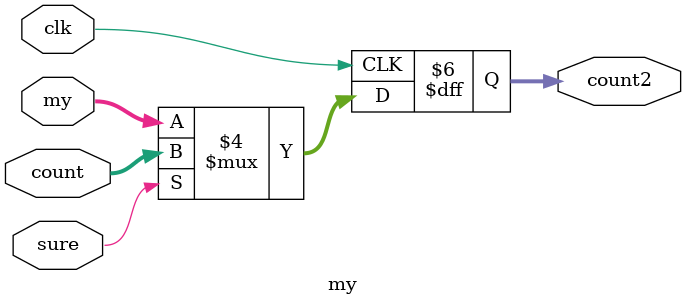
<source format=v>
`timescale 1ns / 1ps


module my(
    input[3:0] count,
    input[3:0] my,
    input sure,
    input clk,
    output[3:0] count2
    );
    wire[3:0] count,my;
    wire sure;
    reg[3:0] count2;
    always @(posedge clk)
    begin
    if(sure==0)
    count2=my;
    else
    count2=count;
    end
endmodule

</source>
